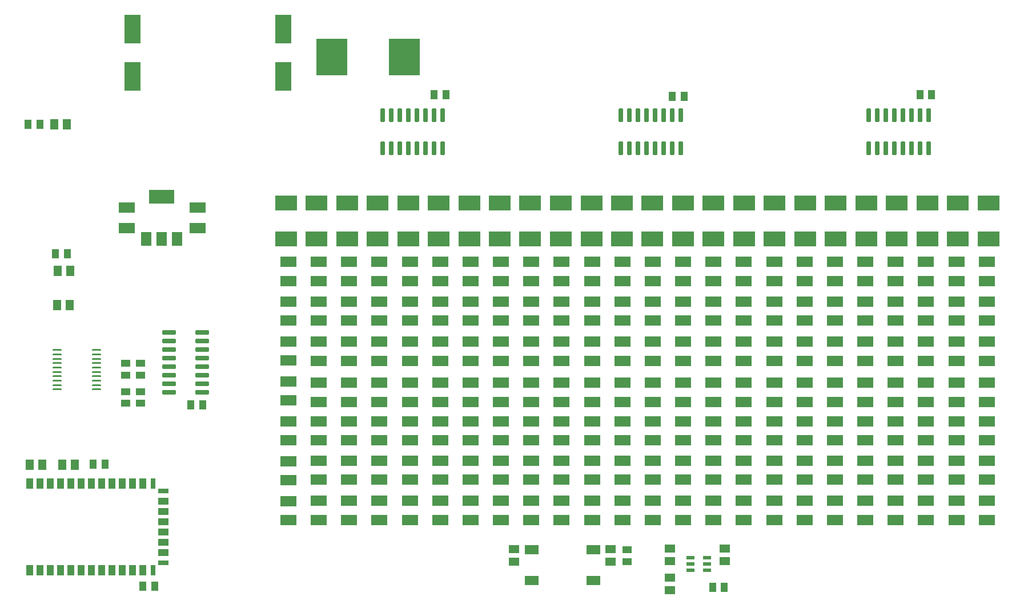
<source format=gtp>
G04*
G04 #@! TF.GenerationSoftware,Altium Limited,Altium Designer,19.0.15 (446)*
G04*
G04 Layer_Color=8421504*
%FSLAX23Y23*%
%MOIN*%
G70*
G01*
G75*
%ADD25R,0.051X0.063*%
%ADD26R,0.180X0.217*%
%ADD27R,0.098X0.170*%
%ADD28R,0.094X0.063*%
%ADD29R,0.150X0.079*%
%ADD30R,0.059X0.079*%
%ADD31R,0.043X0.055*%
%ADD32O,0.055X0.010*%
%ADD33O,0.055X0.010*%
%ADD34R,0.055X0.043*%
G04:AMPARAMS|DCode=35|XSize=78mil|YSize=24mil|CornerRadius=3mil|HoleSize=0mil|Usage=FLASHONLY|Rotation=0.000|XOffset=0mil|YOffset=0mil|HoleType=Round|Shape=RoundedRectangle|*
%AMROUNDEDRECTD35*
21,1,0.078,0.018,0,0,0.0*
21,1,0.072,0.024,0,0,0.0*
1,1,0.006,0.036,-0.009*
1,1,0.006,-0.036,-0.009*
1,1,0.006,-0.036,0.009*
1,1,0.006,0.036,0.009*
%
%ADD35ROUNDEDRECTD35*%
%ADD36R,0.040X0.060*%
%ADD37R,0.030X0.060*%
%ADD38R,0.060X0.030*%
%ADD39R,0.060X0.040*%
G04:AMPARAMS|DCode=40|XSize=78mil|YSize=24mil|CornerRadius=3mil|HoleSize=0mil|Usage=FLASHONLY|Rotation=90.000|XOffset=0mil|YOffset=0mil|HoleType=Round|Shape=RoundedRectangle|*
%AMROUNDEDRECTD40*
21,1,0.078,0.018,0,0,90.0*
21,1,0.072,0.024,0,0,90.0*
1,1,0.006,0.009,0.036*
1,1,0.006,0.009,-0.036*
1,1,0.006,-0.009,-0.036*
1,1,0.006,-0.009,0.036*
%
%ADD40ROUNDEDRECTD40*%
%ADD41R,0.130X0.090*%
%ADD42R,0.063X0.051*%
G04:AMPARAMS|DCode=43|XSize=48mil|YSize=23mil|CornerRadius=3mil|HoleSize=0mil|Usage=FLASHONLY|Rotation=0.000|XOffset=0mil|YOffset=0mil|HoleType=Round|Shape=RoundedRectangle|*
%AMROUNDEDRECTD43*
21,1,0.048,0.017,0,0,0.0*
21,1,0.042,0.023,0,0,0.0*
1,1,0.006,0.021,-0.009*
1,1,0.006,-0.021,-0.009*
1,1,0.006,-0.021,0.009*
1,1,0.006,0.021,0.009*
%
%ADD43ROUNDEDRECTD43*%
%ADD44R,0.043X0.057*%
%ADD45R,0.083X0.055*%
D25*
X-1293Y2255D02*
D03*
X-1367D02*
D03*
X-1347Y1400D02*
D03*
X-1273D02*
D03*
X-1278Y1200D02*
D03*
X-1352D02*
D03*
X-1512Y265D02*
D03*
X-1438D02*
D03*
X-1322D02*
D03*
X-1248D02*
D03*
D26*
X254Y2650D02*
D03*
X676D02*
D03*
D27*
X-30Y2537D02*
D03*
Y2813D02*
D03*
X-910Y2537D02*
D03*
Y2813D02*
D03*
D28*
X-530Y1651D02*
D03*
Y1769D02*
D03*
X-945Y1651D02*
D03*
Y1769D02*
D03*
X4075Y1452D02*
D03*
Y1340D02*
D03*
X3898Y1452D02*
D03*
Y1340D02*
D03*
X3720Y1452D02*
D03*
Y1340D02*
D03*
X3543Y1452D02*
D03*
Y1340D02*
D03*
X3366Y1452D02*
D03*
Y1340D02*
D03*
X3189Y1452D02*
D03*
Y1340D02*
D03*
X3012Y1452D02*
D03*
Y1340D02*
D03*
X2835Y1452D02*
D03*
Y1340D02*
D03*
X2657Y1452D02*
D03*
Y1340D02*
D03*
X2480Y1452D02*
D03*
Y1340D02*
D03*
X2303Y1452D02*
D03*
Y1340D02*
D03*
X2126Y1452D02*
D03*
Y1340D02*
D03*
X1949Y1452D02*
D03*
Y1340D02*
D03*
X1772Y1452D02*
D03*
Y1340D02*
D03*
X1594Y1452D02*
D03*
Y1340D02*
D03*
X1417Y1452D02*
D03*
Y1340D02*
D03*
X1240Y1452D02*
D03*
Y1340D02*
D03*
X1063Y1452D02*
D03*
Y1340D02*
D03*
X886Y1452D02*
D03*
Y1340D02*
D03*
X709Y1452D02*
D03*
Y1340D02*
D03*
X531Y1452D02*
D03*
Y1340D02*
D03*
X354Y1452D02*
D03*
Y1340D02*
D03*
X177Y1452D02*
D03*
Y1340D02*
D03*
X0Y1454D02*
D03*
Y1341D02*
D03*
X4075Y1221D02*
D03*
Y1109D02*
D03*
X3898Y1221D02*
D03*
Y1109D02*
D03*
X3720Y1221D02*
D03*
Y1109D02*
D03*
X3543Y1221D02*
D03*
Y1109D02*
D03*
X3366Y1221D02*
D03*
Y1109D02*
D03*
X3189Y1221D02*
D03*
Y1109D02*
D03*
X3012Y1221D02*
D03*
Y1109D02*
D03*
X2835Y1221D02*
D03*
Y1109D02*
D03*
X2657Y1221D02*
D03*
Y1109D02*
D03*
X2480Y1221D02*
D03*
Y1109D02*
D03*
X2303Y1221D02*
D03*
Y1109D02*
D03*
X2126Y1221D02*
D03*
Y1109D02*
D03*
X1949Y1221D02*
D03*
Y1109D02*
D03*
X1772Y1221D02*
D03*
Y1109D02*
D03*
X1594Y1221D02*
D03*
Y1109D02*
D03*
X1417Y1221D02*
D03*
Y1109D02*
D03*
X1240Y1221D02*
D03*
Y1109D02*
D03*
X1063Y1221D02*
D03*
Y1109D02*
D03*
X886Y1221D02*
D03*
Y1109D02*
D03*
X709Y1221D02*
D03*
Y1109D02*
D03*
X531Y1221D02*
D03*
Y1109D02*
D03*
X354Y1221D02*
D03*
Y1109D02*
D03*
X177Y1221D02*
D03*
Y1109D02*
D03*
X0Y1220D02*
D03*
Y1108D02*
D03*
X4075Y986D02*
D03*
Y874D02*
D03*
X3898Y986D02*
D03*
Y874D02*
D03*
X3720Y986D02*
D03*
Y874D02*
D03*
X3543Y986D02*
D03*
Y874D02*
D03*
X3366Y986D02*
D03*
Y874D02*
D03*
X3189Y986D02*
D03*
Y874D02*
D03*
X3012Y986D02*
D03*
Y874D02*
D03*
X2835Y986D02*
D03*
Y874D02*
D03*
X2657Y986D02*
D03*
Y874D02*
D03*
X2480Y986D02*
D03*
Y874D02*
D03*
X2303Y986D02*
D03*
Y874D02*
D03*
X2126Y986D02*
D03*
Y874D02*
D03*
X1949Y986D02*
D03*
Y874D02*
D03*
X1772Y986D02*
D03*
Y874D02*
D03*
X1594Y986D02*
D03*
Y874D02*
D03*
X1417Y986D02*
D03*
Y874D02*
D03*
X1240Y986D02*
D03*
Y874D02*
D03*
X1063Y986D02*
D03*
Y874D02*
D03*
X886Y986D02*
D03*
Y874D02*
D03*
X709Y986D02*
D03*
Y874D02*
D03*
X531Y986D02*
D03*
Y874D02*
D03*
X354Y986D02*
D03*
Y874D02*
D03*
X177Y986D02*
D03*
Y874D02*
D03*
X0Y987D02*
D03*
Y875D02*
D03*
X4075Y746D02*
D03*
Y634D02*
D03*
X3898Y746D02*
D03*
Y634D02*
D03*
X3720Y746D02*
D03*
Y634D02*
D03*
X3543Y746D02*
D03*
Y634D02*
D03*
X3366Y746D02*
D03*
Y634D02*
D03*
X3189Y746D02*
D03*
Y634D02*
D03*
X3012Y746D02*
D03*
Y634D02*
D03*
X2835Y746D02*
D03*
Y634D02*
D03*
X2657Y746D02*
D03*
Y634D02*
D03*
X2480Y746D02*
D03*
Y634D02*
D03*
X2303Y746D02*
D03*
Y634D02*
D03*
X2126Y746D02*
D03*
Y634D02*
D03*
X1949Y746D02*
D03*
Y634D02*
D03*
X1772Y746D02*
D03*
Y634D02*
D03*
X1594Y746D02*
D03*
Y634D02*
D03*
X1417Y746D02*
D03*
Y634D02*
D03*
X1240Y746D02*
D03*
Y634D02*
D03*
X1063Y746D02*
D03*
Y634D02*
D03*
X886Y746D02*
D03*
Y634D02*
D03*
X709Y746D02*
D03*
Y634D02*
D03*
X531Y746D02*
D03*
Y634D02*
D03*
X354Y746D02*
D03*
Y634D02*
D03*
X177Y746D02*
D03*
Y634D02*
D03*
X0Y754D02*
D03*
Y642D02*
D03*
X4075Y521D02*
D03*
Y409D02*
D03*
X3898Y521D02*
D03*
Y409D02*
D03*
X3720Y521D02*
D03*
Y409D02*
D03*
X3543Y521D02*
D03*
Y409D02*
D03*
X3366Y521D02*
D03*
Y409D02*
D03*
X3189Y521D02*
D03*
Y409D02*
D03*
X3012Y521D02*
D03*
Y409D02*
D03*
X2835Y521D02*
D03*
Y409D02*
D03*
X2657Y521D02*
D03*
Y409D02*
D03*
X2480Y521D02*
D03*
Y409D02*
D03*
X2303Y521D02*
D03*
Y409D02*
D03*
X2126Y521D02*
D03*
Y409D02*
D03*
X1949Y521D02*
D03*
Y409D02*
D03*
X1772Y521D02*
D03*
Y409D02*
D03*
X1594Y521D02*
D03*
Y409D02*
D03*
X1417Y521D02*
D03*
Y409D02*
D03*
X1240Y521D02*
D03*
Y409D02*
D03*
X1063Y521D02*
D03*
Y409D02*
D03*
X886Y521D02*
D03*
Y409D02*
D03*
X709Y521D02*
D03*
Y409D02*
D03*
X531Y521D02*
D03*
Y409D02*
D03*
X354Y521D02*
D03*
Y409D02*
D03*
X177Y521D02*
D03*
Y409D02*
D03*
X0Y520D02*
D03*
Y408D02*
D03*
X4075Y291D02*
D03*
Y179D02*
D03*
X3898Y291D02*
D03*
Y179D02*
D03*
X3720Y291D02*
D03*
Y179D02*
D03*
X3543Y291D02*
D03*
Y179D02*
D03*
X3366Y291D02*
D03*
Y179D02*
D03*
X3189Y291D02*
D03*
Y179D02*
D03*
X3012Y291D02*
D03*
Y179D02*
D03*
X2835Y291D02*
D03*
Y179D02*
D03*
X2657Y291D02*
D03*
Y179D02*
D03*
X2480Y291D02*
D03*
Y179D02*
D03*
X2303Y291D02*
D03*
Y179D02*
D03*
X2126Y291D02*
D03*
Y179D02*
D03*
X1949Y291D02*
D03*
Y179D02*
D03*
X1772Y291D02*
D03*
Y179D02*
D03*
X1594Y291D02*
D03*
Y179D02*
D03*
X1417Y291D02*
D03*
Y179D02*
D03*
X1240Y291D02*
D03*
Y179D02*
D03*
X1063Y291D02*
D03*
Y179D02*
D03*
X886Y291D02*
D03*
Y179D02*
D03*
X709Y291D02*
D03*
Y179D02*
D03*
X531Y291D02*
D03*
Y179D02*
D03*
X354Y291D02*
D03*
Y179D02*
D03*
X177Y291D02*
D03*
Y179D02*
D03*
X0Y287D02*
D03*
Y175D02*
D03*
X4075Y56D02*
D03*
Y-56D02*
D03*
X3898Y56D02*
D03*
Y-56D02*
D03*
X3720Y56D02*
D03*
Y-56D02*
D03*
X3543Y56D02*
D03*
Y-56D02*
D03*
X3366Y56D02*
D03*
Y-56D02*
D03*
X3189Y56D02*
D03*
Y-56D02*
D03*
X3012Y56D02*
D03*
Y-56D02*
D03*
X2835Y56D02*
D03*
Y-56D02*
D03*
X2657Y56D02*
D03*
Y-56D02*
D03*
X2480Y56D02*
D03*
Y-56D02*
D03*
X2303Y56D02*
D03*
Y-56D02*
D03*
X2126Y56D02*
D03*
Y-56D02*
D03*
X1949Y56D02*
D03*
Y-56D02*
D03*
X1772Y56D02*
D03*
Y-56D02*
D03*
X1594Y56D02*
D03*
Y-56D02*
D03*
X1417Y56D02*
D03*
Y-56D02*
D03*
X1240Y56D02*
D03*
Y-56D02*
D03*
X1063Y56D02*
D03*
Y-56D02*
D03*
X886Y56D02*
D03*
Y-56D02*
D03*
X709Y56D02*
D03*
Y-56D02*
D03*
X531Y56D02*
D03*
Y-56D02*
D03*
X354Y56D02*
D03*
Y-56D02*
D03*
X177Y56D02*
D03*
Y-56D02*
D03*
X0Y54D02*
D03*
Y-58D02*
D03*
D29*
X-740Y1834D02*
D03*
D30*
X-649Y1586D02*
D03*
X-739D02*
D03*
X-829D02*
D03*
D31*
X-1291Y1500D02*
D03*
X-1359D02*
D03*
X-569Y615D02*
D03*
X-501D02*
D03*
X-781Y-445D02*
D03*
X-849D02*
D03*
X3754Y2430D02*
D03*
X3686D02*
D03*
X2309Y2420D02*
D03*
X2241D02*
D03*
X919Y2430D02*
D03*
X851D02*
D03*
X2544Y-450D02*
D03*
X2476D02*
D03*
D32*
X-1351Y935D02*
D03*
Y910D02*
D03*
Y884D02*
D03*
Y858D02*
D03*
Y833D02*
D03*
Y807D02*
D03*
Y782D02*
D03*
Y705D02*
D03*
X-1119Y935D02*
D03*
Y910D02*
D03*
Y756D02*
D03*
Y730D02*
D03*
Y705D02*
D03*
D33*
X-1351Y756D02*
D03*
Y730D02*
D03*
X-1119Y884D02*
D03*
Y858D02*
D03*
Y833D02*
D03*
Y807D02*
D03*
Y782D02*
D03*
D34*
X-865Y859D02*
D03*
Y791D02*
D03*
X-950D02*
D03*
Y859D02*
D03*
X-865Y626D02*
D03*
Y694D02*
D03*
X-950Y626D02*
D03*
Y694D02*
D03*
X1975Y-231D02*
D03*
Y-299D02*
D03*
D35*
X-697Y1040D02*
D03*
Y990D02*
D03*
Y940D02*
D03*
Y890D02*
D03*
Y840D02*
D03*
Y790D02*
D03*
Y740D02*
D03*
Y690D02*
D03*
X-503D02*
D03*
Y740D02*
D03*
Y790D02*
D03*
Y840D02*
D03*
Y890D02*
D03*
Y940D02*
D03*
Y990D02*
D03*
Y1040D02*
D03*
D36*
X-1510Y-351D02*
D03*
X-1450D02*
D03*
X-1390D02*
D03*
X-1330D02*
D03*
X-1270D02*
D03*
X-1210D02*
D03*
X-1150D02*
D03*
X-1090D02*
D03*
X-1030D02*
D03*
X-970D02*
D03*
X-910D02*
D03*
X-850D02*
D03*
X-1510Y155D02*
D03*
X-1450D02*
D03*
X-1390D02*
D03*
X-1330D02*
D03*
X-1270D02*
D03*
X-1210D02*
D03*
X-1150D02*
D03*
X-1090D02*
D03*
X-1030D02*
D03*
X-970D02*
D03*
X-910D02*
D03*
X-850D02*
D03*
D37*
X-790Y-351D02*
D03*
Y155D02*
D03*
D38*
X-730Y-308D02*
D03*
Y112D02*
D03*
D39*
Y-248D02*
D03*
Y-188D02*
D03*
Y-128D02*
D03*
Y-68D02*
D03*
Y-8D02*
D03*
Y52D02*
D03*
D40*
X3385Y2115D02*
D03*
X3435D02*
D03*
X3485D02*
D03*
X3535D02*
D03*
X3585D02*
D03*
X3635D02*
D03*
X3685D02*
D03*
X3735D02*
D03*
Y2310D02*
D03*
X3685D02*
D03*
X3635D02*
D03*
X3585D02*
D03*
X3535D02*
D03*
X3485D02*
D03*
X3435D02*
D03*
X3385D02*
D03*
X1940Y2115D02*
D03*
X1990D02*
D03*
X2040D02*
D03*
X2090D02*
D03*
X2140D02*
D03*
X2190D02*
D03*
X2240D02*
D03*
X2290D02*
D03*
Y2310D02*
D03*
X2240D02*
D03*
X2190D02*
D03*
X2140D02*
D03*
X2090D02*
D03*
X2040D02*
D03*
X1990D02*
D03*
X1940D02*
D03*
X550Y2115D02*
D03*
X600D02*
D03*
X650D02*
D03*
X700D02*
D03*
X750D02*
D03*
X800D02*
D03*
X850D02*
D03*
X900D02*
D03*
Y2310D02*
D03*
X850D02*
D03*
X800D02*
D03*
X750D02*
D03*
X700D02*
D03*
X650D02*
D03*
X600D02*
D03*
X550D02*
D03*
D41*
X4085Y1795D02*
D03*
Y1585D02*
D03*
X3907Y1795D02*
D03*
Y1585D02*
D03*
X3728Y1795D02*
D03*
Y1585D02*
D03*
X3550Y1795D02*
D03*
Y1585D02*
D03*
X3372Y1795D02*
D03*
Y1585D02*
D03*
X3194Y1795D02*
D03*
Y1585D02*
D03*
X3015Y1795D02*
D03*
Y1585D02*
D03*
X2837Y1795D02*
D03*
Y1585D02*
D03*
X2659Y1795D02*
D03*
Y1585D02*
D03*
X2481Y1795D02*
D03*
Y1585D02*
D03*
X2302Y1795D02*
D03*
Y1585D02*
D03*
X2124Y1795D02*
D03*
Y1585D02*
D03*
X1946Y1795D02*
D03*
Y1585D02*
D03*
X1768Y1795D02*
D03*
Y1585D02*
D03*
X1589Y1795D02*
D03*
Y1585D02*
D03*
X1411Y1795D02*
D03*
Y1585D02*
D03*
X1233Y1795D02*
D03*
Y1585D02*
D03*
X1055Y1795D02*
D03*
Y1585D02*
D03*
X876Y1795D02*
D03*
Y1585D02*
D03*
X698Y1795D02*
D03*
Y1585D02*
D03*
X520Y1795D02*
D03*
Y1585D02*
D03*
X342Y1795D02*
D03*
Y1585D02*
D03*
X163Y1795D02*
D03*
Y1585D02*
D03*
X-15Y1795D02*
D03*
Y1585D02*
D03*
D42*
X1880Y-302D02*
D03*
Y-228D02*
D03*
X1315Y-228D02*
D03*
Y-302D02*
D03*
X2225Y-467D02*
D03*
Y-393D02*
D03*
Y-223D02*
D03*
Y-297D02*
D03*
X2545Y-223D02*
D03*
Y-297D02*
D03*
D43*
X2346Y-278D02*
D03*
Y-315D02*
D03*
Y-352D02*
D03*
X2444Y-278D02*
D03*
Y-315D02*
D03*
Y-352D02*
D03*
D44*
X-1520Y2255D02*
D03*
X-1450D02*
D03*
X-1070Y270D02*
D03*
X-1140D02*
D03*
D45*
X1420Y-231D02*
D03*
Y-409D02*
D03*
X1778Y-231D02*
D03*
Y-409D02*
D03*
M02*

</source>
